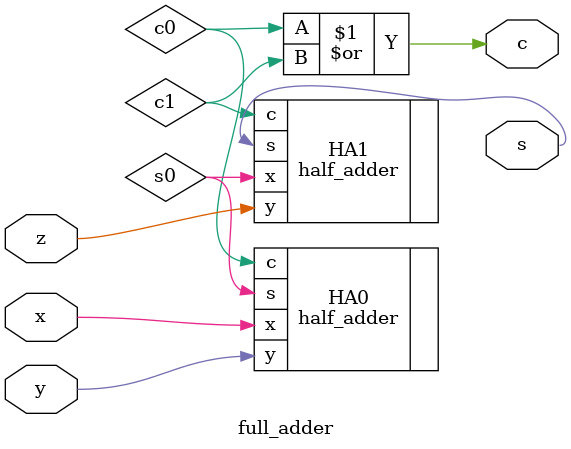
<source format=v>

module full_adder(x, y, z, s, c);
input x,y,z;
output s,c;
wire c0,c1,s0;
half_adder HA0(
.x(x),
.y(y),
.c(c0),
.s(s0)
);

half_adder HA1(
.x(s0),
.y(z),
.c(c1),
.s(s)
);

assign c=c0|c1;

endmodule

</source>
